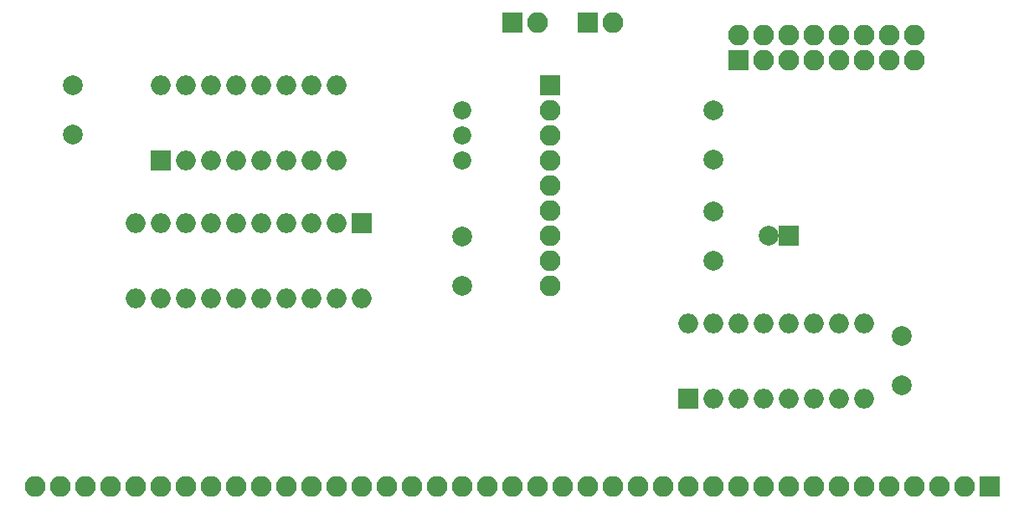
<source format=gts>
G04 #@! TF.FileFunction,Soldermask,Top*
%FSLAX46Y46*%
G04 Gerber Fmt 4.6, Leading zero omitted, Abs format (unit mm)*
G04 Created by KiCad (PCBNEW 4.0.6) date 05/15/17 23:53:28*
%MOMM*%
%LPD*%
G01*
G04 APERTURE LIST*
%ADD10C,0.100000*%
%ADD11C,2.000000*%
%ADD12R,2.000000X2.000000*%
%ADD13O,2.000000X2.000000*%
%ADD14R,2.100000X2.100000*%
%ADD15O,2.100000X2.100000*%
%ADD16C,1.840000*%
G04 APERTURE END LIST*
D10*
D11*
X205740000Y-118110000D03*
X205740000Y-123110000D03*
D12*
X184150000Y-124460000D03*
D13*
X201930000Y-116840000D03*
X186690000Y-124460000D03*
X199390000Y-116840000D03*
X189230000Y-124460000D03*
X196850000Y-116840000D03*
X191770000Y-124460000D03*
X194310000Y-116840000D03*
X194310000Y-124460000D03*
X191770000Y-116840000D03*
X196850000Y-124460000D03*
X189230000Y-116840000D03*
X199390000Y-124460000D03*
X186690000Y-116840000D03*
X201930000Y-124460000D03*
X184150000Y-116840000D03*
D11*
X161290000Y-113030000D03*
X161290000Y-108030000D03*
X121920000Y-92710000D03*
X121920000Y-97710000D03*
D14*
X214630000Y-133350000D03*
D15*
X212090000Y-133350000D03*
X209550000Y-133350000D03*
X207010000Y-133350000D03*
X204470000Y-133350000D03*
X201930000Y-133350000D03*
X199390000Y-133350000D03*
X196850000Y-133350000D03*
X194310000Y-133350000D03*
X191770000Y-133350000D03*
X189230000Y-133350000D03*
X186690000Y-133350000D03*
X184150000Y-133350000D03*
X181610000Y-133350000D03*
X179070000Y-133350000D03*
X176530000Y-133350000D03*
X173990000Y-133350000D03*
X171450000Y-133350000D03*
X168910000Y-133350000D03*
X166370000Y-133350000D03*
X163830000Y-133350000D03*
X161290000Y-133350000D03*
X158750000Y-133350000D03*
X156210000Y-133350000D03*
X153670000Y-133350000D03*
X151130000Y-133350000D03*
X148590000Y-133350000D03*
X146050000Y-133350000D03*
X143510000Y-133350000D03*
X140970000Y-133350000D03*
X138430000Y-133350000D03*
X135890000Y-133350000D03*
X133350000Y-133350000D03*
X130810000Y-133350000D03*
X128270000Y-133350000D03*
X125730000Y-133350000D03*
X123190000Y-133350000D03*
X120650000Y-133350000D03*
X118110000Y-133350000D03*
D14*
X166370000Y-86360000D03*
D15*
X168910000Y-86360000D03*
D12*
X151130000Y-106680000D03*
D13*
X128270000Y-114300000D03*
X148590000Y-106680000D03*
X130810000Y-114300000D03*
X146050000Y-106680000D03*
X133350000Y-114300000D03*
X143510000Y-106680000D03*
X135890000Y-114300000D03*
X140970000Y-106680000D03*
X138430000Y-114300000D03*
X138430000Y-106680000D03*
X140970000Y-114300000D03*
X135890000Y-106680000D03*
X143510000Y-114300000D03*
X133350000Y-106680000D03*
X146050000Y-114300000D03*
X130810000Y-106680000D03*
X148590000Y-114300000D03*
X128270000Y-106680000D03*
X151130000Y-114300000D03*
D12*
X130810000Y-100330000D03*
D13*
X148590000Y-92710000D03*
X133350000Y-100330000D03*
X146050000Y-92710000D03*
X135890000Y-100330000D03*
X143510000Y-92710000D03*
X138430000Y-100330000D03*
X140970000Y-92710000D03*
X140970000Y-100330000D03*
X138430000Y-92710000D03*
X143510000Y-100330000D03*
X135890000Y-92710000D03*
X146050000Y-100330000D03*
X133350000Y-92710000D03*
X148590000Y-100330000D03*
X130810000Y-92710000D03*
D11*
X186690000Y-110490000D03*
X186690000Y-105490000D03*
D12*
X194310000Y-107950000D03*
D11*
X192310000Y-107950000D03*
X186690000Y-95250000D03*
X186690000Y-100250000D03*
D14*
X173990000Y-86360000D03*
D15*
X176530000Y-86360000D03*
D16*
X161290000Y-95250000D03*
X161290000Y-97790000D03*
X161290000Y-100330000D03*
D14*
X170180000Y-92710000D03*
D15*
X170180000Y-95250000D03*
X170180000Y-97790000D03*
X170180000Y-100330000D03*
X170180000Y-102870000D03*
X170180000Y-105410000D03*
X170180000Y-107950000D03*
X170180000Y-110490000D03*
X170180000Y-113030000D03*
D14*
X189230000Y-90170000D03*
D15*
X189230000Y-87630000D03*
X191770000Y-90170000D03*
X191770000Y-87630000D03*
X194310000Y-90170000D03*
X194310000Y-87630000D03*
X196850000Y-90170000D03*
X196850000Y-87630000D03*
X199390000Y-90170000D03*
X199390000Y-87630000D03*
X201930000Y-90170000D03*
X201930000Y-87630000D03*
X204470000Y-90170000D03*
X204470000Y-87630000D03*
X207010000Y-90170000D03*
X207010000Y-87630000D03*
M02*

</source>
